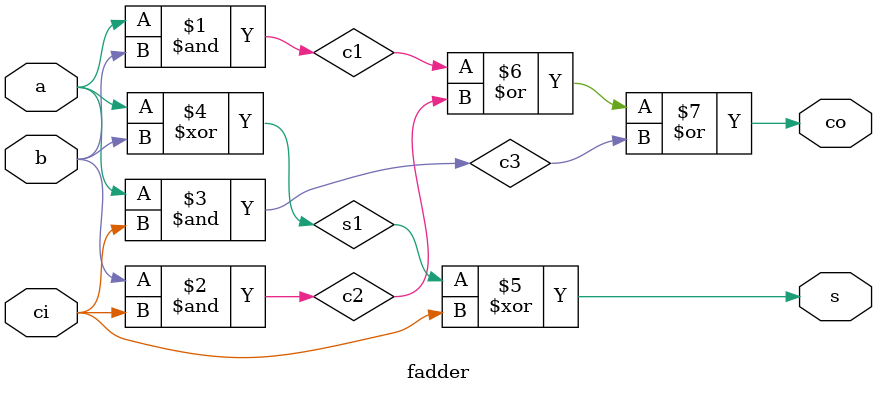
<source format=v>
`timescale 1ns / 1ps
module fadder(
    input wire a, b, ci, 
    output wire s, co);
	 
    and m0(c1,a,b);
    and m1(c2,b,ci);
    and m2(c3,a,ci);
    xor m3(s1,a,b); 
    xor m4(s,s1,ci);
    or  m5(co,c1,c2,c3);
endmodule

</source>
